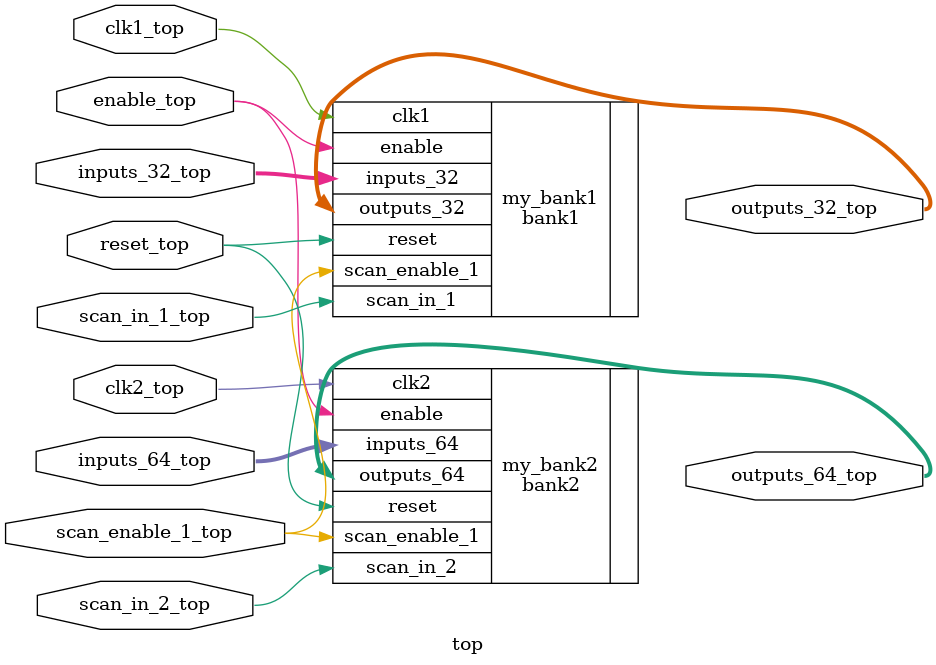
<source format=v>
module top (clk1_top,
    clk2_top,
    enable_top,
    reset_top,
    inputs_32_top,
    inputs_64_top,
    outputs_32_top,
    outputs_64_top,
    scan_enable_1_top,
    scan_in_1_top,
    scan_in_2_top);
 input clk1_top;
 input clk2_top;
 input enable_top;
 input reset_top;
 input [31:0] inputs_32_top;
 input [63:0] inputs_64_top;
 output [31:0] outputs_32_top;
 output [63:0] outputs_64_top;
 input scan_enable_1_top;
 input scan_in_1_top;
 input scan_in_2_top;

 bank1 my_bank1(.inputs_32(inputs_32_top), .outputs_32(outputs_32_top), .clk1(clk1_top), .enable(enable_top), .reset(reset_top), .scan_enable_1(scan_enable_1_top), .scan_in_1(scan_in_1_top));
 bank2 my_bank2(.inputs_64(inputs_64_top), .outputs_64(outputs_64_top), .clk2(clk2_top), .enable(enable_top), .reset(reset_top), .scan_enable_1(scan_enable_1_top), .scan_in_2(scan_in_2_top));

endmodule

</source>
